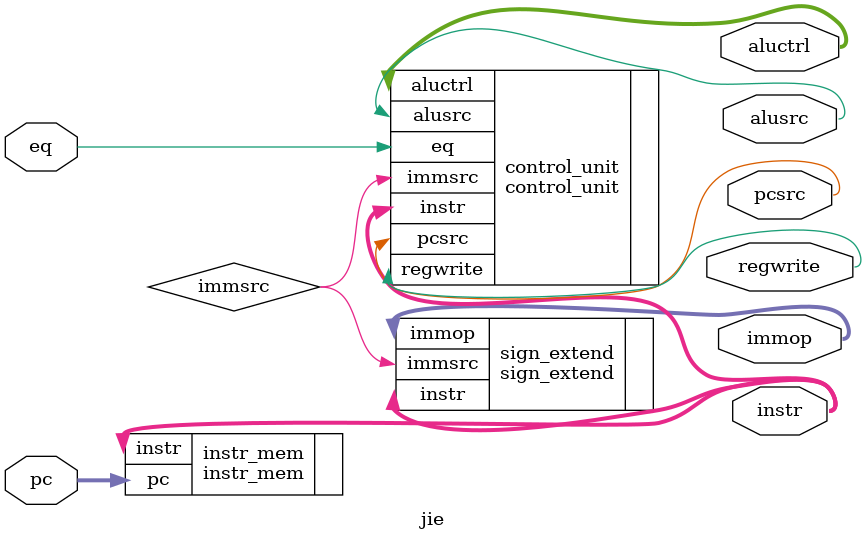
<source format=sv>
module  jie #(
    parameter ADDRESS_WIDTH = 32,
               DATA_WIDTH = 8
)(
    //interface signals
    input logic eq,
    input logic [ADDRESS_WIDTH-1:0] pc,
    output logic [ADDRESS_WIDTH-1:0] instr,
    output logic [ADDRESS_WIDTH-1:0] immop,
    output logic regwrite,
    output logic [2:0] aluctrl,
    output logic alusrc,
    output logic pcsrc,
);
    logic  immsrc;  // interconnect wire

instr_mem instr_mem(
    .pc(pc),
    .instr(instr)
);

control_unit control_unit(
    .eq(eq),
    .instr(instr),
    .regwrite(regwrite),
    .aluctrl(aluctrl),
    .alusrc(alusrc),
    .immsrc(immsrc),
    .pcsrc(pcsrc)
);

sign_extend sign_extend(
    .instr(instr),
    .immsrc(immsrc),
    .immop(immop)
);

endmodule 

</source>
